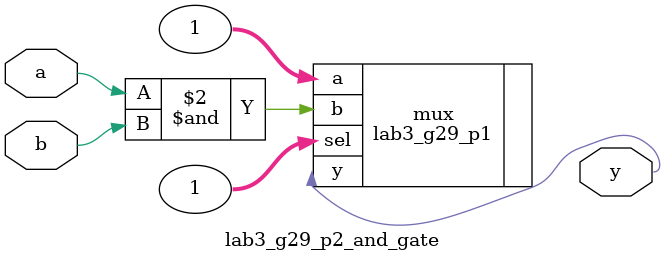
<source format=sv>
module lab3_g29_p2_and_gate (
    input logic a,
    input logic b,
    output logic y
);

lab3_g29_p1 mux (
    .a(1), // MUX'un diğer girişi için 0 veriyoruz
    .b(a & b), // A ve B girişlerinin AND işlemi
    .sel(1), // Seçim sinyalini sabit 1 yapıyoruz
    .y(y)
);

endmodule

</source>
